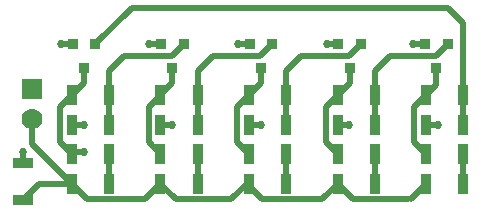
<source format=gtl>
%FSLAX33Y33*%
%MOMM*%
%AMRect-W800000-H900000-RO1.000*
21,1,0.8,0.9,0.,0.,180*%
%AMRect-W820710-H1670710-RO1.000*
21,1,0.82071,1.67071,0.,0.,180*%
%AMRect-W820710-H1670710-RO1.500*
21,1,0.82071,1.67071,0.,0.,90*%
%ADD10C,0.508*%
%ADD11C,0.68834*%
%ADD12Rect-W800000-H900000-RO1.000*%
%ADD13R,0.82071X1.67071*%
%ADD14R,1.778X1.778*%
%ADD15C,1.778*%
%ADD16Rect-W820710-H1670710-RO1.000*%
%ADD17Rect-W820710-H1670710-RO1.500*%
D10*
%LNtop copper_traces*%
G01*
X14185Y11010D02*
X14185Y12285D01*
X1500Y4275D02*
X1500Y5200D01*
X35675Y2500D02*
X34375Y1200D01*
X13235Y14285D02*
X12235Y14285D01*
X34675Y9000D02*
X36535Y10860D01*
X19175Y1200D02*
X14475Y1200D01*
X31325Y2500D02*
X31325Y5000D01*
X25110Y13285D02*
X29135Y13285D01*
X16325Y7500D02*
X16325Y12000D01*
X36535Y12285D02*
X36535Y10860D01*
X27175Y9000D02*
X29185Y11010D01*
X25110Y13285D02*
X23825Y12000D01*
X38825Y16060D02*
X37485Y17400D01*
X19675Y6000D02*
X20675Y5000D01*
X14475Y1200D02*
X13175Y2500D01*
X2300Y5875D02*
X2300Y7980D01*
X28235Y14285D02*
X27235Y14285D01*
X28175Y7500D02*
X29185Y7500D01*
X29185Y11010D02*
X29185Y12285D01*
X12175Y6000D02*
X13175Y5000D01*
X32610Y13285D02*
X36485Y13285D01*
X20675Y14285D02*
X19735Y14285D01*
X21635Y13285D02*
X22635Y14285D01*
X14135Y13285D02*
X15135Y14285D01*
X2875Y2500D02*
X1500Y1125D01*
X8825Y2500D02*
X8825Y5000D01*
X28175Y2500D02*
X26875Y1200D01*
X31325Y7500D02*
X31325Y12000D01*
X5675Y14285D02*
X4735Y14285D01*
X35675Y7500D02*
X36675Y7500D01*
X17610Y13285D02*
X21635Y13285D01*
X37485Y17400D02*
X10750Y17400D01*
X27175Y6000D02*
X28175Y5000D01*
X19675Y6000D02*
X19675Y9000D01*
X4675Y9000D02*
X6685Y11010D01*
X10750Y17400D02*
X7635Y14285D01*
X38825Y7500D02*
X38825Y16060D01*
X20675Y7500D02*
X21685Y7500D01*
X2300Y5875D02*
X6975Y1200D01*
X16325Y2500D02*
X16325Y5000D01*
X5675Y2500D02*
X2875Y2500D01*
X21775Y1200D02*
X20475Y2500D01*
X29135Y13285D02*
X30135Y14285D01*
X35585Y14285D02*
X34585Y14285D01*
X10110Y13285D02*
X8825Y12000D01*
X6685Y11010D02*
X6685Y12285D01*
X29475Y1200D02*
X28175Y2500D01*
X12175Y6000D02*
X12175Y9000D01*
X4675Y6000D02*
X4675Y9000D01*
X34675Y6000D02*
X35675Y5000D01*
X19175Y1200D02*
X20475Y2500D01*
X13175Y7500D02*
X14185Y7500D01*
X21685Y11010D02*
X21685Y12285D01*
X4675Y6000D02*
X5675Y5000D01*
X31325Y12000D02*
X32610Y13285D01*
X38825Y5000D02*
X38825Y2500D01*
X11675Y1200D02*
X6975Y1200D01*
X17610Y13285D02*
X16325Y12000D01*
X26675Y1200D02*
X21775Y1200D01*
X27175Y6000D02*
X27175Y9000D01*
X10110Y13285D02*
X14135Y13285D01*
X8825Y7500D02*
X8825Y12000D01*
X6685Y5200D02*
X5675Y5200D01*
X36485Y13285D02*
X37485Y14285D01*
X23825Y5000D02*
X23825Y2500D01*
X23825Y7500D02*
X23825Y12000D01*
X34175Y1200D02*
X29475Y1200D01*
X19675Y9000D02*
X21685Y11010D01*
X5675Y7500D02*
X6685Y7500D01*
X12175Y9000D02*
X14185Y11010D01*
X34675Y6000D02*
X34675Y9000D01*
X13175Y2500D02*
X11875Y1200D01*
D11*
X21675Y7500D03*
X12235Y14285D03*
X6685Y5200D03*
X14175Y7500D03*
X27235Y14285D03*
X6675Y7500D03*
X1500Y5200D03*
X19735Y14285D03*
X36675Y7500D03*
X29175Y7500D03*
X34585Y14285D03*
X4735Y14285D03*
%LNtop copper component 05d2d36842009d63*%
D12*
X15135Y14285D03*
X13235Y14285D03*
X14185Y12285D03*
%LNtop copper component 822d2e54c25a04ce*%
D13*
X20675Y10000D03*
X23825Y10000D03*
%LNtop copper component 4188e9859e8afcf0*%
D14*
X2300Y10520D03*
D15*
X2300Y7980D03*
%LNtop copper component 5790a80edc5a0cfb*%
D13*
X5675Y2500D03*
X8825Y2500D03*
%LNtop copper component 8f47c0f87a48434a*%
X13175Y10000D03*
X16325Y10000D03*
%LNtop copper component 41bb835b16e20d78*%
X20675Y5000D03*
X23825Y5000D03*
%LNtop copper component 7dcfd0ba6a5a263a*%
X5675Y5000D03*
X8825Y5000D03*
%LNtop copper component b5f8715c32184e16*%
D12*
X37485Y14285D03*
X35585Y14285D03*
X36535Y12285D03*
%LNtop copper component 2a257863ed8e7bb5*%
D13*
X13175Y5000D03*
X16325Y5000D03*
%LNtop copper component 25cd0881f7f84887*%
X35675Y10000D03*
X38825Y10000D03*
%LNtop copper component cc4562fc70e2dc54*%
D16*
X23825Y7500D03*
X20675Y7500D03*
%LNtop copper component 11c3ea52300c4394*%
D13*
X20675Y2500D03*
X23825Y2500D03*
%LNtop copper component c185fbd77206e2e9*%
X28175Y5000D03*
X31325Y5000D03*
%LNtop copper component fb552f706cb5b883*%
D16*
X31325Y7500D03*
X28175Y7500D03*
%LNtop copper component 32ce1469a01fd207*%
X8825Y7500D03*
X5675Y7500D03*
%LNtop copper component 810d07a0d8483d25*%
D13*
X13175Y2500D03*
X16325Y2500D03*
%LNtop copper component 291e9fd76b66e9cf*%
D12*
X30135Y14285D03*
X28235Y14285D03*
X29185Y12285D03*
%LNtop copper component f3abb73a7aa5f313*%
D13*
X28175Y10000D03*
X31325Y10000D03*
%LNtop copper component 33285f67f051bd9b*%
X35675Y2500D03*
X38825Y2500D03*
%LNtop copper component ba19ab7b144902aa*%
D16*
X38825Y7500D03*
X35675Y7500D03*
%LNtop copper component a90bda53b775e81a*%
X16325Y7500D03*
X13175Y7500D03*
%LNtop copper component f381318732445cbf*%
D13*
X35675Y5000D03*
X38825Y5000D03*
%LNtop copper component 210a273ce5ceec44*%
D17*
X1500Y1125D03*
X1500Y4275D03*
%LNtop copper component f74f637f440bfcb7*%
D12*
X22635Y14285D03*
X20735Y14285D03*
X21685Y12285D03*
%LNtop copper component 01dbd6e6fffea23b*%
D13*
X28175Y2500D03*
X31325Y2500D03*
%LNtop copper component 3f41ef9e9d047ec7*%
X5675Y10000D03*
X8825Y10000D03*
%LNtop copper component 86bc5d89f9f877d3*%
D12*
X7635Y14285D03*
X5735Y14285D03*
X6685Y12285D03*
M02*
</source>
